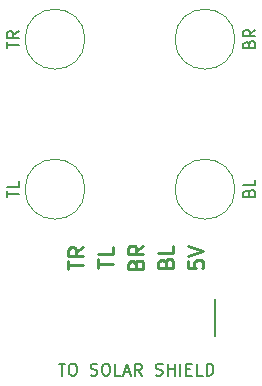
<source format=gto>
%TF.GenerationSoftware,KiCad,Pcbnew,4.0.5-e0-6337~49~ubuntu16.04.1*%
%TF.CreationDate,2017-05-08T13:41:37-07:00*%
%TF.ProjectId,LDR-Board,4C44522D426F6172642E6B696361645F,1.0*%
%TF.FileFunction,Legend,Top*%
%FSLAX46Y46*%
G04 Gerber Fmt 4.6, Leading zero omitted, Abs format (unit mm)*
G04 Created by KiCad (PCBNEW 4.0.5-e0-6337~49~ubuntu16.04.1) date Mon May  8 13:41:37 2017*
%MOMM*%
%LPD*%
G01*
G04 APERTURE LIST*
%ADD10C,0.350000*%
%ADD11C,0.254000*%
%ADD12C,0.150000*%
%ADD13C,0.050000*%
%ADD14C,0.203200*%
%ADD15R,2.184400X2.184400*%
%ADD16O,2.184400X2.184400*%
%ADD17C,2.184400*%
G04 APERTURE END LIST*
D10*
D11*
X24323524Y-78727904D02*
X24323524Y-79332666D01*
X24928286Y-79393142D01*
X24867810Y-79332666D01*
X24807333Y-79211714D01*
X24807333Y-78909333D01*
X24867810Y-78788380D01*
X24928286Y-78727904D01*
X25049238Y-78667428D01*
X25351619Y-78667428D01*
X25472571Y-78727904D01*
X25533048Y-78788380D01*
X25593524Y-78909333D01*
X25593524Y-79211714D01*
X25533048Y-79332666D01*
X25472571Y-79393142D01*
X24323524Y-78304571D02*
X25593524Y-77881237D01*
X24323524Y-77457904D01*
X14163524Y-79483857D02*
X14163524Y-78758142D01*
X15433524Y-79120999D02*
X14163524Y-79120999D01*
X15433524Y-77609095D02*
X14828762Y-78032428D01*
X15433524Y-78334809D02*
X14163524Y-78334809D01*
X14163524Y-77851000D01*
X14224000Y-77730047D01*
X14284476Y-77669571D01*
X14405429Y-77609095D01*
X14586857Y-77609095D01*
X14707810Y-77669571D01*
X14768286Y-77730047D01*
X14828762Y-77851000D01*
X14828762Y-78334809D01*
X16703524Y-79362905D02*
X16703524Y-78637190D01*
X17973524Y-79000047D02*
X16703524Y-79000047D01*
X17973524Y-77609095D02*
X17973524Y-78213857D01*
X16703524Y-78213857D01*
X19848286Y-79030286D02*
X19908762Y-78848857D01*
X19969238Y-78788381D01*
X20090190Y-78727905D01*
X20271619Y-78727905D01*
X20392571Y-78788381D01*
X20453048Y-78848857D01*
X20513524Y-78969810D01*
X20513524Y-79453619D01*
X19243524Y-79453619D01*
X19243524Y-79030286D01*
X19304000Y-78909333D01*
X19364476Y-78848857D01*
X19485429Y-78788381D01*
X19606381Y-78788381D01*
X19727333Y-78848857D01*
X19787810Y-78909333D01*
X19848286Y-79030286D01*
X19848286Y-79453619D01*
X20513524Y-77457905D02*
X19908762Y-77881238D01*
X20513524Y-78183619D02*
X19243524Y-78183619D01*
X19243524Y-77699810D01*
X19304000Y-77578857D01*
X19364476Y-77518381D01*
X19485429Y-77457905D01*
X19666857Y-77457905D01*
X19787810Y-77518381D01*
X19848286Y-77578857D01*
X19908762Y-77699810D01*
X19908762Y-78183619D01*
X22388286Y-78909333D02*
X22448762Y-78727904D01*
X22509238Y-78667428D01*
X22630190Y-78606952D01*
X22811619Y-78606952D01*
X22932571Y-78667428D01*
X22993048Y-78727904D01*
X23053524Y-78848857D01*
X23053524Y-79332666D01*
X21783524Y-79332666D01*
X21783524Y-78909333D01*
X21844000Y-78788380D01*
X21904476Y-78727904D01*
X22025429Y-78667428D01*
X22146381Y-78667428D01*
X22267333Y-78727904D01*
X22327810Y-78788380D01*
X22388286Y-78909333D01*
X22388286Y-79332666D01*
X23053524Y-77457904D02*
X23053524Y-78062666D01*
X21783524Y-78062666D01*
D12*
X26569000Y-82016000D02*
X26569000Y-85116000D01*
D13*
X15564981Y-59989073D02*
G75*
G03X15564981Y-59989073I-2540000J0D01*
G01*
X28264981Y-72689073D02*
G75*
G03X28264981Y-72689073I-2540000J0D01*
G01*
X15564981Y-72689073D02*
G75*
G03X15564981Y-72689073I-2540000J0D01*
G01*
X28264981Y-59989073D02*
G75*
G03X28264981Y-59989073I-2540000J0D01*
G01*
D14*
X13335001Y-87454619D02*
X13915572Y-87454619D01*
X13625287Y-88470619D02*
X13625287Y-87454619D01*
X14447763Y-87454619D02*
X14641286Y-87454619D01*
X14738048Y-87503000D01*
X14834810Y-87599762D01*
X14883191Y-87793286D01*
X14883191Y-88131952D01*
X14834810Y-88325476D01*
X14738048Y-88422238D01*
X14641286Y-88470619D01*
X14447763Y-88470619D01*
X14351001Y-88422238D01*
X14254239Y-88325476D01*
X14205858Y-88131952D01*
X14205858Y-87793286D01*
X14254239Y-87599762D01*
X14351001Y-87503000D01*
X14447763Y-87454619D01*
X16044334Y-88422238D02*
X16189477Y-88470619D01*
X16431381Y-88470619D01*
X16528143Y-88422238D01*
X16576524Y-88373857D01*
X16624905Y-88277095D01*
X16624905Y-88180333D01*
X16576524Y-88083571D01*
X16528143Y-88035190D01*
X16431381Y-87986810D01*
X16237858Y-87938429D01*
X16141096Y-87890048D01*
X16092715Y-87841667D01*
X16044334Y-87744905D01*
X16044334Y-87648143D01*
X16092715Y-87551381D01*
X16141096Y-87503000D01*
X16237858Y-87454619D01*
X16479762Y-87454619D01*
X16624905Y-87503000D01*
X17253858Y-87454619D02*
X17447381Y-87454619D01*
X17544143Y-87503000D01*
X17640905Y-87599762D01*
X17689286Y-87793286D01*
X17689286Y-88131952D01*
X17640905Y-88325476D01*
X17544143Y-88422238D01*
X17447381Y-88470619D01*
X17253858Y-88470619D01*
X17157096Y-88422238D01*
X17060334Y-88325476D01*
X17011953Y-88131952D01*
X17011953Y-87793286D01*
X17060334Y-87599762D01*
X17157096Y-87503000D01*
X17253858Y-87454619D01*
X18608524Y-88470619D02*
X18124715Y-88470619D01*
X18124715Y-87454619D01*
X18898810Y-88180333D02*
X19382619Y-88180333D01*
X18802048Y-88470619D02*
X19140715Y-87454619D01*
X19479381Y-88470619D01*
X20398619Y-88470619D02*
X20059953Y-87986810D01*
X19818048Y-88470619D02*
X19818048Y-87454619D01*
X20205095Y-87454619D01*
X20301857Y-87503000D01*
X20350238Y-87551381D01*
X20398619Y-87648143D01*
X20398619Y-87793286D01*
X20350238Y-87890048D01*
X20301857Y-87938429D01*
X20205095Y-87986810D01*
X19818048Y-87986810D01*
X21559762Y-88422238D02*
X21704905Y-88470619D01*
X21946809Y-88470619D01*
X22043571Y-88422238D01*
X22091952Y-88373857D01*
X22140333Y-88277095D01*
X22140333Y-88180333D01*
X22091952Y-88083571D01*
X22043571Y-88035190D01*
X21946809Y-87986810D01*
X21753286Y-87938429D01*
X21656524Y-87890048D01*
X21608143Y-87841667D01*
X21559762Y-87744905D01*
X21559762Y-87648143D01*
X21608143Y-87551381D01*
X21656524Y-87503000D01*
X21753286Y-87454619D01*
X21995190Y-87454619D01*
X22140333Y-87503000D01*
X22575762Y-88470619D02*
X22575762Y-87454619D01*
X22575762Y-87938429D02*
X23156333Y-87938429D01*
X23156333Y-88470619D02*
X23156333Y-87454619D01*
X23640143Y-88470619D02*
X23640143Y-87454619D01*
X24123953Y-87938429D02*
X24462619Y-87938429D01*
X24607762Y-88470619D02*
X24123953Y-88470619D01*
X24123953Y-87454619D01*
X24607762Y-87454619D01*
X25527000Y-88470619D02*
X25043191Y-88470619D01*
X25043191Y-87454619D01*
X25865667Y-88470619D02*
X25865667Y-87454619D01*
X26107572Y-87454619D01*
X26252714Y-87503000D01*
X26349476Y-87599762D01*
X26397857Y-87696524D01*
X26446238Y-87890048D01*
X26446238Y-88035190D01*
X26397857Y-88228714D01*
X26349476Y-88325476D01*
X26252714Y-88422238D01*
X26107572Y-88470619D01*
X25865667Y-88470619D01*
D12*
X8977381Y-60774787D02*
X8977381Y-60203358D01*
X9977381Y-60489073D02*
X8977381Y-60489073D01*
X9977381Y-59298596D02*
X9501190Y-59631930D01*
X9977381Y-59870025D02*
X8977381Y-59870025D01*
X8977381Y-59489072D01*
X9025000Y-59393834D01*
X9072619Y-59346215D01*
X9167857Y-59298596D01*
X9310714Y-59298596D01*
X9405952Y-59346215D01*
X9453571Y-59393834D01*
X9501190Y-59489072D01*
X9501190Y-59870025D01*
X29463552Y-73022406D02*
X29511171Y-72879549D01*
X29558791Y-72831930D01*
X29654029Y-72784311D01*
X29796886Y-72784311D01*
X29892124Y-72831930D01*
X29939743Y-72879549D01*
X29987362Y-72974787D01*
X29987362Y-73355740D01*
X28987362Y-73355740D01*
X28987362Y-73022406D01*
X29034981Y-72927168D01*
X29082600Y-72879549D01*
X29177838Y-72831930D01*
X29273076Y-72831930D01*
X29368314Y-72879549D01*
X29415933Y-72927168D01*
X29463552Y-73022406D01*
X29463552Y-73355740D01*
X29987362Y-71879549D02*
X29987362Y-72355740D01*
X28987362Y-72355740D01*
X8977381Y-73379549D02*
X8977381Y-72808120D01*
X9977381Y-73093835D02*
X8977381Y-73093835D01*
X9977381Y-71998596D02*
X9977381Y-72474787D01*
X8977381Y-72474787D01*
X29463552Y-60417644D02*
X29511171Y-60274787D01*
X29558791Y-60227168D01*
X29654029Y-60179549D01*
X29796886Y-60179549D01*
X29892124Y-60227168D01*
X29939743Y-60274787D01*
X29987362Y-60370025D01*
X29987362Y-60750978D01*
X28987362Y-60750978D01*
X28987362Y-60417644D01*
X29034981Y-60322406D01*
X29082600Y-60274787D01*
X29177838Y-60227168D01*
X29273076Y-60227168D01*
X29368314Y-60274787D01*
X29415933Y-60322406D01*
X29463552Y-60417644D01*
X29463552Y-60750978D01*
X29987362Y-59179549D02*
X29511171Y-59512883D01*
X29987362Y-59750978D02*
X28987362Y-59750978D01*
X28987362Y-59370025D01*
X29034981Y-59274787D01*
X29082600Y-59227168D01*
X29177838Y-59179549D01*
X29320695Y-59179549D01*
X29415933Y-59227168D01*
X29463552Y-59274787D01*
X29511171Y-59370025D01*
X29511171Y-59750978D01*
%LPC*%
D15*
X25019000Y-83566000D03*
D16*
X22479000Y-83566000D03*
X19939000Y-83566000D03*
X17399000Y-83566000D03*
X14859000Y-83566000D03*
D17*
X11754981Y-59989073D03*
D16*
X14294981Y-59989073D03*
D17*
X26994981Y-72689073D03*
D16*
X24454981Y-72689073D03*
D17*
X14294981Y-72689073D03*
D16*
X11754981Y-72689073D03*
D17*
X26994981Y-59989073D03*
D16*
X24454981Y-59989073D03*
M02*

</source>
